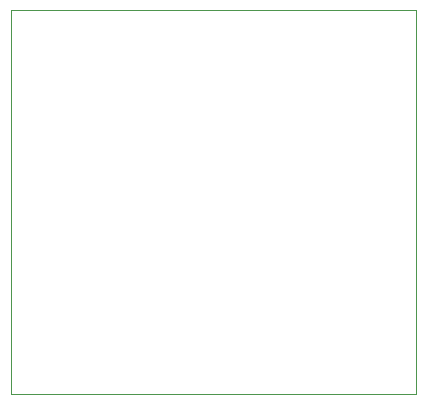
<source format=gbr>
%TF.GenerationSoftware,KiCad,Pcbnew,7.0.8-7.0.8~ubuntu22.04.1*%
%TF.CreationDate,2023-10-15T23:00:33+01:00*%
%TF.ProjectId,jfet-555-bypass,6a666574-2d35-4353-952d-627970617373,rev?*%
%TF.SameCoordinates,Original*%
%TF.FileFunction,Profile,NP*%
%FSLAX46Y46*%
G04 Gerber Fmt 4.6, Leading zero omitted, Abs format (unit mm)*
G04 Created by KiCad (PCBNEW 7.0.8-7.0.8~ubuntu22.04.1) date 2023-10-15 23:00:33*
%MOMM*%
%LPD*%
G01*
G04 APERTURE LIST*
%TA.AperFunction,Profile*%
%ADD10C,0.100000*%
%TD*%
G04 APERTURE END LIST*
D10*
X125730000Y-23368000D02*
X160020000Y-23368000D01*
X160020000Y-55880000D01*
X125730000Y-55880000D01*
X125730000Y-23368000D01*
M02*

</source>
